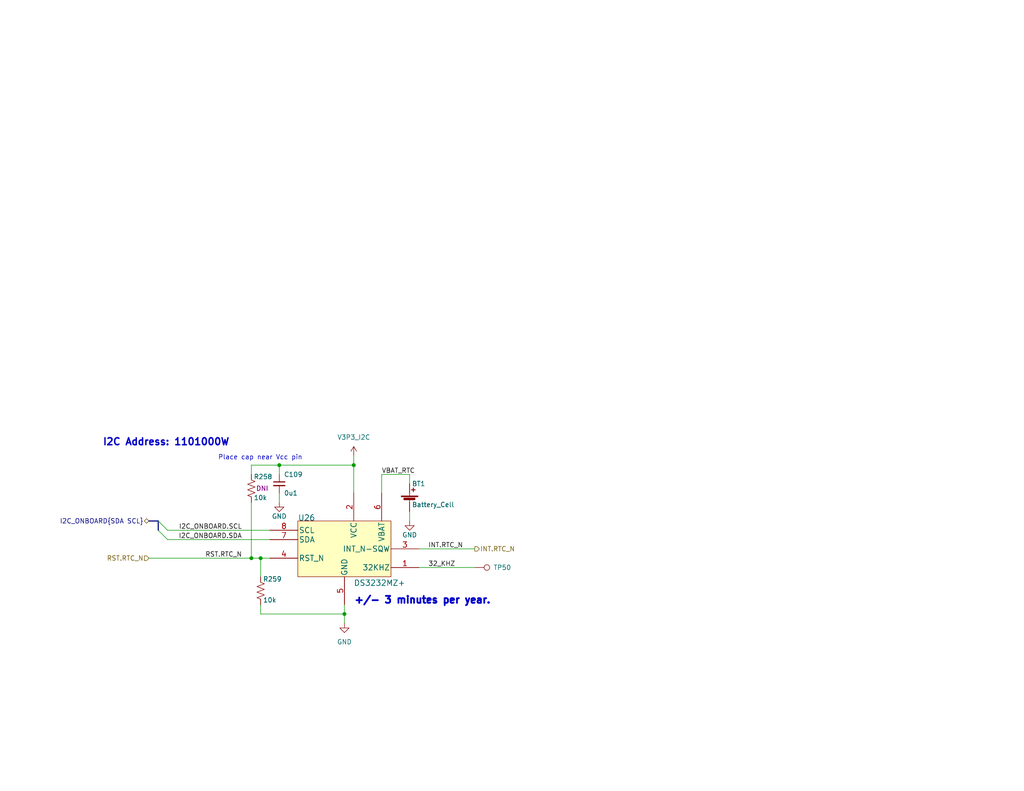
<source format=kicad_sch>
(kicad_sch (version 20211123) (generator eeschema)
  (paper "A")
  (title_block (title "Clock-Radio Main") (date "2022-03-05") (rev "0.5") (company "Ruralguru Projects") (comment 1 "Earl Watkins"))
  (lib_symbols
    (symbol "Connector:TestPoint" (pin_numbers hide) (pin_names (offset 0.762) hide)
      (property "Reference" "TP" (at 0 6.858 0))
      (property "Value" "TestPoint" (at 0 5.08 0))
      (symbol "TestPoint_0_1"
        (circle (center 0 3.302) (radius 0.762))
      )
      (symbol "TestPoint_1_1"
        (pin passive line (at 0 0 90) (length 2.54) (name "1") (number "1"))
      )
    )
    (symbol "Device:Battery_Cell" (pin_numbers hide) (pin_names (offset 0) hide)
      (property "Reference" "BT" (at 2.54 2.54 0))
      (property "Value" "Battery_Cell" (at 2.54 0 0))
      (symbol "Battery_Cell_0_1"
        (rectangle (start -2.286 1.778) (end 2.286 1.524) (fill (type outline)))
        (rectangle (start -1.5748 1.1938) (end 1.4732 0.6858) (fill (type outline)))
        (polyline (pts (xy 0 0.762) (xy 0 0)))
        (polyline (pts (xy 0 1.778) (xy 0 2.54)))
        (polyline (pts (xy 0.508 3.429) (xy 1.524 3.429)) (stroke (width 0.254)))
        (polyline (pts (xy 1.016 3.937) (xy 1.016 2.921)) (stroke (width 0.254)))
      )
      (symbol "Battery_Cell_1_1"
        (pin passive line (at 0 5.08 270) (length 2.54) (name "+") (number "1"))
        (pin passive line (at 0 -2.54 90) (length 2.54) (name "-") (number "2"))
      )
    )
    (symbol "Device:C_Small" (pin_numbers hide) (pin_names (offset 0.254) hide)
      (property "Reference" "C" (at 0.254 1.778 0))
      (property "Value" "C_Small" (at 0.254 -2.032 0))
      (symbol "C_Small_0_1"
        (polyline (pts (xy -1.524 -0.508) (xy 1.524 -0.508)) (stroke (width 0.3302)))
        (polyline (pts (xy -1.524 0.508) (xy 1.524 0.508)) (stroke (width 0.3048)))
      )
      (symbol "C_Small_1_1"
        (pin passive line (at 0 2.54 270) (length 2.032) (name "~") (number "1"))
        (pin passive line (at 0 -2.54 90) (length 2.032) (name "~") (number "2"))
      )
    )
    (symbol "Device:R_US" (pin_numbers hide) (pin_names (offset 0))
      (property "Reference" "R" (at 2.54 0 90))
      (property "Value" "R_US" (at -2.54 0 90))
      (symbol "R_US_0_1"
        (polyline (pts (xy 0 -2.286) (xy 0 -2.54)))
        (polyline (pts (xy 0 2.286) (xy 0 2.54)))
        (polyline (pts (xy 0 -0.762) (xy 1.016 -1.143) (xy 0 -1.524) (xy -1.016 -1.905) (xy 0 -2.286)))
        (polyline (pts (xy 0 0.762) (xy 1.016 0.381) (xy 0 0) (xy -1.016 -0.381) (xy 0 -0.762)))
        (polyline (pts (xy 0 2.286) (xy 1.016 1.905) (xy 0 1.524) (xy -1.016 1.143) (xy 0 0.762)))
      )
      (symbol "R_US_1_1"
        (pin passive line (at 0 3.81 270) (length 1.27) (name "~") (number "1"))
        (pin passive line (at 0 -3.81 90) (length 1.27) (name "~") (number "2"))
      )
    )
    (symbol "ERW_Power:V3P3_I2C" (power) (pin_numbers hide) (pin_names (offset 0) hide)
      (property "Value" "V3P3_I2C" (at 0 3.556 0))
      (symbol "V3P3_I2C_0_1"
        (polyline (pts (xy -0.762 1.27) (xy 0 2.54)))
        (polyline (pts (xy 0 0) (xy 0 2.54)))
        (polyline (pts (xy 0 2.54) (xy 0.762 1.27)))
      )
      (symbol "V3P3_I2C_1_1"
        (pin power_in line (at 0 0 90) (length 0) hide (name "V3P3_I2C") (number "1"))
      )
    )
    (symbol "ERW_Time:DS3232MZ+" (pin_names (offset 0.254))
      (property "Reference" "U" (at 5.08 5.08 0))
      (property "Value" "DS3232MZ+" (at 2.54 2.54 0))
      (symbol "DS3232MZ+_0_1"
        (rectangle (start 0 0) (end 25.4 -15.24) (stroke (width 0.1524)) (fill (type background)))
      )
      (symbol "DS3232MZ+_1_1"
        (pin output line (at 33.02 -12.7 180) (length 7.62) (name "32KHZ") (number "1"))
        (pin power_in line (at 15.24 7.62 270) (length 7.62) (name "VCC") (number "2"))
        (pin output line (at 33.02 -7.62 180) (length 7.62) (name "INT_N-SQW") (number "3"))
        (pin input line (at -7.62 -10.16 0) (length 7.62) (name "RST_N") (number "4"))
        (pin power_in line (at 12.7 -22.86 90) (length 7.62) (name "GND") (number "5"))
        (pin power_in line (at 22.86 7.62 270) (length 7.62) (name "VBAT") (number "6"))
        (pin bidirectional line (at -7.62 -5.08 0) (length 7.62) (name "SDA") (number "7"))
        (pin input line (at -7.62 -2.54 0) (length 7.62) (name "SCL") (number "8"))
      )
    )
    (symbol "power:GND" (power) (pin_names (offset 0))
      (property "Value" "GND" (at 0 -3.81 0))
      (symbol "GND_0_1"
        (polyline (pts (xy 0 0) (xy 0 -1.27) (xy 1.27 -1.27) (xy 0 -2.54) (xy -1.27 -1.27) (xy 0 -1.27)))
      )
      (symbol "GND_1_1"
        (pin power_in line (at 0 0 270) (length 0) hide (name "GND") (number "1"))
      )
    )
  )
  (junction (at 71.12 152.4))
  (junction (at 96.52 127))
  (junction (at 93.98 167.64))
  (junction (at 76.2 127))
  (junction (at 68.58 152.4))
  (bus_entry (at 43.18 144.78) (size 2.54 2.54))
  (bus_entry (at 43.18 142.24) (size 2.54 2.54))
  (wire (pts (xy 68.58 127) (xy 76.2 127)))
  (bus (pts (xy 40.64 142.24) (xy 43.18 142.24)))
  (wire (pts (xy 96.52 127) (xy 96.52 124.46)))
  (wire (pts (xy 104.14 129.54) (xy 104.14 134.62)))
  (wire (pts (xy 76.2 127) (xy 96.52 127)))
  (wire (pts (xy 111.76 132.08) (xy 111.76 129.54)))
  (wire (pts (xy 68.58 127) (xy 68.58 129.54)))
  (wire (pts (xy 114.3 154.94) (xy 129.54 154.94)))
  (wire (pts (xy 111.76 129.54) (xy 104.14 129.54)))
  (wire (pts (xy 76.2 129.54) (xy 76.2 127)))
  (wire (pts (xy 40.64 152.4) (xy 68.58 152.4)))
  (wire (pts (xy 71.12 165.1) (xy 71.12 167.64)))
  (wire (pts (xy 93.98 165.1) (xy 93.98 167.64)))
  (wire (pts (xy 96.52 127) (xy 96.52 134.62)))
  (wire (pts (xy 93.98 167.64) (xy 71.12 167.64)))
  (wire (pts (xy 68.58 137.16) (xy 68.58 152.4)))
  (wire (pts (xy 111.76 139.7) (xy 111.76 142.24)))
  (wire (pts (xy 68.58 152.4) (xy 71.12 152.4)))
  (wire (pts (xy 71.12 152.4) (xy 73.66 152.4)))
  (wire (pts (xy 45.72 147.32) (xy 73.66 147.32)))
  (bus (pts (xy 43.18 142.24) (xy 43.18 144.78)))
  (wire (pts (xy 71.12 152.4) (xy 71.12 157.48)))
  (wire (pts (xy 45.72 144.78) (xy 73.66 144.78)))
  (wire (pts (xy 114.3 149.86) (xy 129.54 149.86)))
  (wire (pts (xy 76.2 134.62) (xy 76.2 137.16)))
  (wire (pts (xy 93.98 167.64) (xy 93.98 170.18)))
  (text "${SHEETNAME}" (at 12.7 30.48 0) (effects (font (size 10.16 10.16) (thickness 2.032) bold) (justify left bottom)))
  (text "Place cap near Vcc pin" (at 82.55 125.73 180) (effects (font (size 1.27 1.27)) (justify right bottom)))
  (text "+/- 3 minutes per year." (at 96.52 165.1 0) (effects (font (size 1.905 1.905) (thickness 2.032) bold) (justify left bottom)))
  (text "I2C Address: 1101000W" (at 27.94 121.92 0) (effects (font (size 1.905 1.905) bold) (justify left bottom)))
  (label "I2C_ONBOARD.SCL" (at 66.04 144.78 180))
  (label "VBAT_RTC" (at 104.14 129.54 0))
  (label "RST.RTC_N" (at 66.04 152.4 180))
  (label "I2C_ONBOARD.SDA" (at 66.04 147.32 180))
  (label "32_KHZ" (at 116.84 154.94 0))
  (label "INT.RTC_N" (at 116.84 149.86 0))
  (hierarchical_label "RST.RTC_N" (shape input) (at 40.64 152.4 180))
  (hierarchical_label "INT.RTC_N" (shape output) (at 129.54 149.86 0))
  (hierarchical_label "I2C_ONBOARD{SDA SCL}" (shape bidirectional) (at 40.64 142.24 180))
  (symbol (lib_id "Device:C_Small") (at 76.2 132.08 0) (unit 1)
    (property "Reference" "C109" (at 77.47 129.54 0) (effects (justify left)))
    (property "Value" "0u1" (at 77.47 134.62 0) (effects (justify left)))
    (property "Footprint" "Capacitor_SMD:C_0603_1608Metric_Pad1.08x0.95mm_HandSolder" (effects hide))
    (property "Description" "MLCC - SMD/SMT 50V 0.1uF X7R 0603 5%" (effects hide))
    (property "MFR" "KEMET" (effects hide))
    (property "MPN" "C0603C104J5RACTU" (effects hide))
    (property "Status" "ALWAYS" (effects hide))
    (property "Vendor" "Mouser" (effects hide))
    (property "Vendor PN" "80-C0603C104J5R" (effects hide))
  )
  (symbol (lib_id "ERW_Time:DS3232MZ+") (at 81.28 142.24 0) (unit 1)
    (property "Reference" "U26" (at 81.28 142.24 0) (effects (font (size 1.524 1.524)) (justify left bottom)))
    (property "Value" "DS3232MZ+" (at 96.52 160.02 0) (effects (font (size 1.524 1.524)) (justify left bottom)))
    (property "Footprint" "ERW_SO:SO-8_3.9x4.9mm_P1.27mm" (effects hide))
    (property "Description" "Real Time Clock 5PPM I2C TRC with MEMORY MEMS 8P SOIC" (effects hide))
    (property "MFR" "Maxim Integrated" (effects hide))
    (property "MPN" "DS3232MZ+" (effects hide))
    (property "Status" "ALWAYS" (effects hide))
    (property "Vendor" "Mouser" (effects hide))
    (property "Vendor PN" "700-DS3232MZ+" (effects hide))
  )
  (symbol (lib_id "Device:R_US") (at 71.12 161.29 180) (unit 1)
    (property "Reference" "R259" (at 71.755 158.115 0) (effects (justify right)))
    (property "Value" "10k" (at 71.755 163.83 0) (effects (justify right)))
    (property "Footprint" "Resistor_SMD:R_0603_1608Metric_Pad0.98x0.95mm_HandSolder" (effects hide))
    (property "Description" "Resistors - SMD 10 kOhms 100 mW 0603 1%" (effects hide))
    (property "MFR" "YAGEO" (effects hide))
    (property "MPN" "AC0603FR-1310KL" (effects hide))
    (property "Vendor" "Mouser" (effects hide))
    (property "Vendor PN" "603-AC0603FR-1310KL" (effects hide))
  )
  (symbol (lib_id "Connector:TestPoint") (at 129.54 154.94 270) (unit 1)
    (property "Reference" "TP50" (at 134.62 154.9399 90) (effects (justify left)))
    (property "Value" "TestPoint" (effects hide))
    (property "Footprint" "TestPoint:TestPoint_Pad_D2.0mm" (effects hide))
    (property "Datasheet" "-" (effects hide))
    (property "Status" "FAB" (effects hide))
    (property "Description" "-" (effects hide))
    (property "JLBPCB# (Optional)" "-" (effects hide))
    (property "MFR" "-" (effects hide))
    (property "MPN" "-" (effects hide))
    (property "Vendor" "-" (effects hide))
    (property "Vendor PN" "-" (effects hide))
  )
  (symbol (lib_id "power:GND") (at 111.76 142.24 0) (unit 1)
    (property "Reference" "#PWR0105" (effects hide))
    (property "Value" "GND" (at 111.76 146.05 0))
  )
  (symbol (lib_id "Device:Battery_Cell") (at 111.76 137.16 0) (unit 1)
    (property "Reference" "BT1" (at 112.395 132.08 0) (effects (justify left)))
    (property "Value" "Battery_Cell" (at 112.395 137.795 0) (effects (justify left)))
    (property "Footprint" "ERW_Battery:BatteryHolder_MPD_BC2003_1x2032" (effects hide))
    (property "Description" "CR2032 Battery Holder" (effects hide))
    (property "MFR" "Linx Technologies" (effects hide))
    (property "MPN" "BAT-HLD-001" (effects hide))
    (property "Status" "ALWAYS" (effects hide))
    (property "Vendor" "Mouser" (effects hide))
    (property "Vendor PN" "712-BAT-HLD-001" (effects hide))
  )
  (symbol (lib_id "power:GND") (at 93.98 170.18 0) (unit 1)
    (property "Reference" "#PWR0103" (effects hide))
    (property "Value" "GND" (at 93.98 175.26 0))
  )
  (symbol (lib_id "power:GND") (at 76.2 137.16 0) (unit 1)
    (property "Reference" "#PWR0102" (effects hide))
    (property "Value" "GND" (at 76.2 140.97 0))
  )
  (symbol (lib_id "ERW_Power:V3P3_I2C") (at 96.52 124.46 0) (unit 1)
    (property "Reference" "#PWR0104" (effects hide))
    (property "Value" "V3P3_I2C" (at 96.52 119.38 0))
  )
  (symbol (lib_id "Device:R_US") (at 68.58 133.35 180) (unit 1)
    (property "Reference" "R258" (at 69.215 130.175 0) (effects (justify right)))
    (property "Value" "10k" (at 69.215 135.89 0) (effects (justify right)))
    (property "Footprint" "Resistor_SMD:R_0603_1608Metric_Pad0.98x0.95mm_HandSolder" (effects hide))
    (property "Status" "DNI" (at 69.85 133.35 0) (effects (justify right)))
    (property "Description" "Resistors - SMD 10 kOhms 100 mW 0603 1%" (effects hide))
    (property "MFR" "YAGEO" (effects hide))
    (property "MPN" "AC0603FR-1310KL" (effects hide))
    (property "Vendor" "Mouser" (effects hide))
    (property "Vendor PN" "603-AC0603FR-1310KL" (effects hide))
  )
)
</source>
